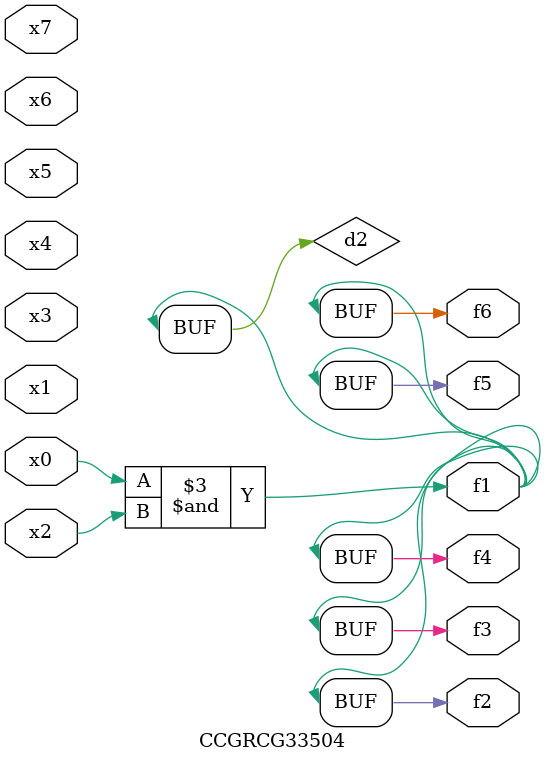
<source format=v>
module CCGRCG33504(
	input x0, x1, x2, x3, x4, x5, x6, x7,
	output f1, f2, f3, f4, f5, f6
);

	wire d1, d2;

	nor (d1, x3, x6);
	and (d2, x0, x2);
	assign f1 = d2;
	assign f2 = d2;
	assign f3 = d2;
	assign f4 = d2;
	assign f5 = d2;
	assign f6 = d2;
endmodule

</source>
